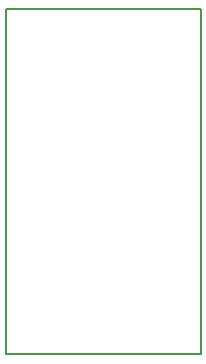
<source format=gbr>
G04 #@! TF.GenerationSoftware,KiCad,Pcbnew,(5.0.0-3-g5ebb6b6)*
G04 #@! TF.CreationDate,2018-10-06T16:58:55+02:00*
G04 #@! TF.ProjectId,tt_photometer,74745F70686F746F6D657465722E6B69,rev?*
G04 #@! TF.SameCoordinates,Original*
G04 #@! TF.FileFunction,Profile,NP*
%FSLAX46Y46*%
G04 Gerber Fmt 4.6, Leading zero omitted, Abs format (unit mm)*
G04 Created by KiCad (PCBNEW (5.0.0-3-g5ebb6b6)) date Saturday, 06. October 2018 um 16:58:55*
%MOMM*%
%LPD*%
G01*
G04 APERTURE LIST*
%ADD10C,0.150000*%
G04 APERTURE END LIST*
D10*
X166370000Y-67310000D02*
X149860000Y-67310000D01*
X166370000Y-96520000D02*
X166370000Y-67310000D01*
X149860000Y-96520000D02*
X166370000Y-96520000D01*
X149860000Y-67310000D02*
X149860000Y-96520000D01*
M02*

</source>
